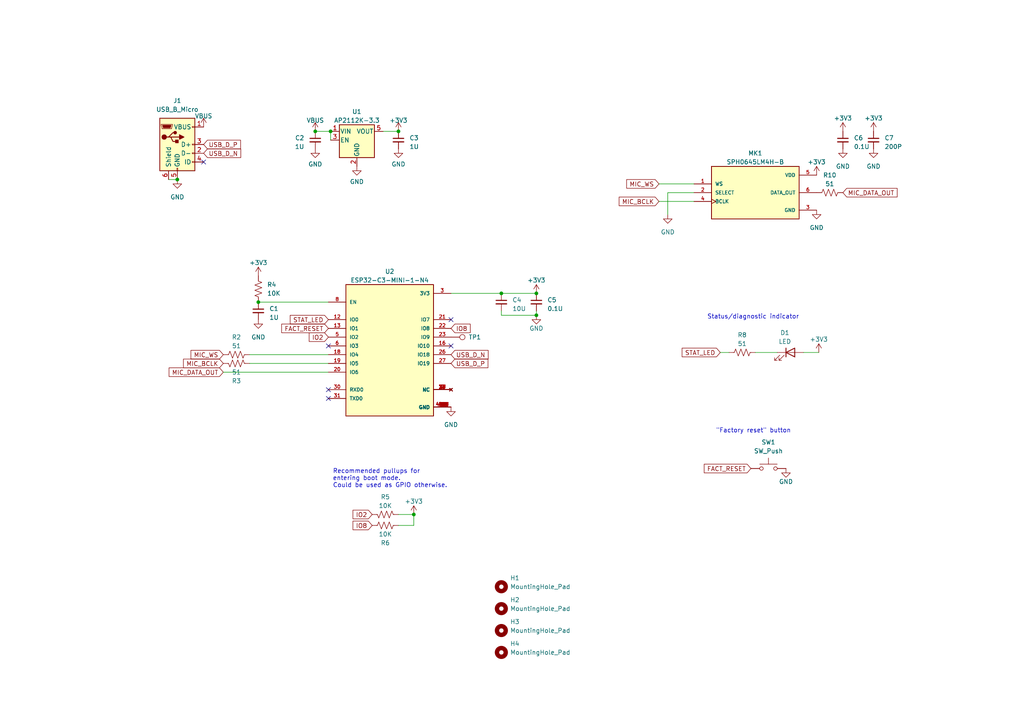
<source format=kicad_sch>
(kicad_sch (version 20230121) (generator eeschema)
  (paper "A4")
  (title_block (title "Noisemeter Device") (date "2024-01-28") (rev "2") (company "Civic Tech Toronto") (comment 1 "Drawn by Clyne Sullivan") (comment 2 "Released under the CERN Open Hardware License Version 2 - Strongly Reciprocal"))
  (lib_symbols
    (symbol "Connector:TestPoint" (pin_numbers hide) (pin_names (offset 0.762) hide)
      (property "Reference" "TP" (at 0 6.858 0))
      (property "Value" "TestPoint" (at 0 5.08 0))
      (symbol "TestPoint_0_1"
        (circle (center 0 3.302) (radius 0.762))
      )
      (symbol "TestPoint_1_1"
        (pin passive line (at 0 0 90) (length 2.54) (name "1") (number "1"))
      )
    )
    (symbol "Connector:USB_B_Micro" (pin_names (offset 1.016))
      (property "Reference" "J" (at -5.08 11.43 0))
      (property "Value" "USB_B_Micro" (at -5.08 8.89 0))
      (symbol "USB_B_Micro_0_1"
        (rectangle (start -5.08 -7.62) (end 5.08 7.62) (stroke (width 0.254)) (fill (type background)))
        (circle (center -3.81 2.159) (radius 0.635) (stroke (width 0.254)) (fill (type outline)))
        (circle (center -0.635 3.429) (radius 0.381) (stroke (width 0.254)) (fill (type outline)))
        (rectangle (start -0.127 -7.62) (end 0.127 -6.858))
        (polyline (pts (xy -1.905 2.159) (xy 0.635 2.159)) (stroke (width 0.254)))
        (polyline (pts (xy -3.175 2.159) (xy -2.54 2.159) (xy -1.27 3.429) (xy -0.635 3.429)) (stroke (width 0.254)))
        (polyline (pts (xy -2.54 2.159) (xy -1.905 2.159) (xy -1.27 0.889) (xy 0 0.889)) (stroke (width 0.254)))
        (polyline (pts (xy 0.635 2.794) (xy 0.635 1.524) (xy 1.905 2.159) (xy 0.635 2.794)) (stroke (width 0.254)) (fill (type outline)))
        (polyline (pts (xy -4.318 5.588) (xy -1.778 5.588) (xy -2.032 4.826) (xy -4.064 4.826) (xy -4.318 5.588)) (fill (type outline)))
        (polyline (pts (xy -4.699 5.842) (xy -4.699 5.588) (xy -4.445 4.826) (xy -4.445 4.572) (xy -1.651 4.572) (xy -1.651 4.826) (xy -1.397 5.588) (xy -1.397 5.842) (xy -4.699 5.842)))
        (rectangle (start 0.254 1.27) (end -0.508 0.508) (stroke (width 0.254)) (fill (type outline)))
        (rectangle (start 5.08 -5.207) (end 4.318 -4.953))
        (rectangle (start 5.08 -2.667) (end 4.318 -2.413))
        (rectangle (start 5.08 -0.127) (end 4.318 0.127))
        (rectangle (start 5.08 4.953) (end 4.318 5.207))
      )
      (symbol "USB_B_Micro_1_1"
        (pin power_out line (at 7.62 5.08 180) (length 2.54) (name "VBUS") (number "1"))
        (pin bidirectional line (at 7.62 -2.54 180) (length 2.54) (name "D-") (number "2"))
        (pin bidirectional line (at 7.62 0 180) (length 2.54) (name "D+") (number "3"))
        (pin passive line (at 7.62 -5.08 180) (length 2.54) (name "ID") (number "4"))
        (pin power_out line (at 0 -10.16 90) (length 2.54) (name "GND") (number "5"))
        (pin passive line (at -2.54 -10.16 90) (length 2.54) (name "Shield") (number "6"))
      )
    )
    (symbol "Device:C_Small" (pin_numbers hide) (pin_names (offset 0.254) hide)
      (property "Reference" "C" (at 0.254 1.778 0))
      (property "Value" "C_Small" (at 0.254 -2.032 0))
      (symbol "C_Small_0_1"
        (polyline (pts (xy -1.524 -0.508) (xy 1.524 -0.508)) (stroke (width 0.3302)))
        (polyline (pts (xy -1.524 0.508) (xy 1.524 0.508)) (stroke (width 0.3048)))
      )
      (symbol "C_Small_1_1"
        (pin passive line (at 0 2.54 270) (length 2.032) (name "~") (number "1"))
        (pin passive line (at 0 -2.54 90) (length 2.032) (name "~") (number "2"))
      )
    )
    (symbol "Device:LED" (pin_numbers hide) (pin_names (offset 1.016) hide)
      (property "Reference" "D" (at 0 2.54 0))
      (property "Value" "LED" (at 0 -2.54 0))
      (symbol "LED_0_1"
        (polyline (pts (xy -1.27 -1.27) (xy -1.27 1.27)) (stroke (width 0.254)))
        (polyline (pts (xy -1.27 0) (xy 1.27 0)))
        (polyline (pts (xy 1.27 -1.27) (xy 1.27 1.27) (xy -1.27 0) (xy 1.27 -1.27)) (stroke (width 0.254)))
        (polyline (pts (xy -3.048 -0.762) (xy -4.572 -2.286) (xy -3.81 -2.286) (xy -4.572 -2.286) (xy -4.572 -1.524)))
        (polyline (pts (xy -1.778 -0.762) (xy -3.302 -2.286) (xy -2.54 -2.286) (xy -3.302 -2.286) (xy -3.302 -1.524)))
      )
      (symbol "LED_1_1"
        (pin passive line (at -3.81 0 0) (length 2.54) (name "K") (number "1"))
        (pin passive line (at 3.81 0 180) (length 2.54) (name "A") (number "2"))
      )
    )
    (symbol "Device:R_US" (pin_numbers hide) (pin_names (offset 0))
      (property "Reference" "R" (at 2.54 0 90))
      (property "Value" "R_US" (at -2.54 0 90))
      (symbol "R_US_0_1"
        (polyline (pts (xy 0 -2.286) (xy 0 -2.54)))
        (polyline (pts (xy 0 2.286) (xy 0 2.54)))
        (polyline (pts (xy 0 -0.762) (xy 1.016 -1.143) (xy 0 -1.524) (xy -1.016 -1.905) (xy 0 -2.286)))
        (polyline (pts (xy 0 0.762) (xy 1.016 0.381) (xy 0 0) (xy -1.016 -0.381) (xy 0 -0.762)))
        (polyline (pts (xy 0 2.286) (xy 1.016 1.905) (xy 0 1.524) (xy -1.016 1.143) (xy 0 0.762)))
      )
      (symbol "R_US_1_1"
        (pin passive line (at 0 3.81 270) (length 1.27) (name "~") (number "1"))
        (pin passive line (at 0 -3.81 90) (length 1.27) (name "~") (number "2"))
      )
    )
    (symbol "Mechanical:MountingHole" (pin_names (offset 1.016))
      (property "Reference" "H" (at 0 5.08 0))
      (property "Value" "MountingHole" (at 0 3.175 0))
      (symbol "MountingHole_0_1"
        (circle (center 0 0) (radius 1.27) (stroke (width 1.27)))
      )
    )
    (symbol "Regulator_Linear:AP2112K-3.3" (pin_names (offset 0.254))
      (property "Reference" "U" (at -5.08 5.715 0))
      (property "Value" "AP2112K-3.3" (at 0 5.715 0))
      (symbol "AP2112K-3.3_0_1"
        (rectangle (start -5.08 4.445) (end 5.08 -5.08) (stroke (width 0.254)) (fill (type background)))
      )
      (symbol "AP2112K-3.3_1_1"
        (pin power_in line (at -7.62 2.54 0) (length 2.54) (name "VIN") (number "1"))
        (pin power_in line (at 0 -7.62 90) (length 2.54) (name "GND") (number "2"))
        (pin input line (at -7.62 0 0) (length 2.54) (name "EN") (number "3"))
        (pin no_connect line (at 5.08 0 180) (length 2.54) hide (name "NC") (number "4"))
        (pin power_out line (at 7.62 2.54 180) (length 2.54) (name "VOUT") (number "5"))
      )
    )
    (symbol "Switch:SW_Push" (pin_numbers hide) (pin_names (offset 1.016) hide)
      (property "Reference" "SW" (at 1.27 2.54 0))
      (property "Value" "SW_Push" (at 0 -1.524 0))
      (symbol "SW_Push_0_1"
        (circle (center -2.032 0) (radius 0.508))
        (polyline (pts (xy 0 1.27) (xy 0 3.048)))
        (polyline (pts (xy 2.54 1.27) (xy -2.54 1.27)))
        (circle (center 2.032 0) (radius 0.508))
        (pin passive line (at -5.08 0 0) (length 2.54) (name "1") (number "1"))
        (pin passive line (at 5.08 0 180) (length 2.54) (name "2") (number "2"))
      )
    )
    (symbol "noisemeter:ESP32-C3-MINI-1-N4" (pin_names (offset 1.016))
      (property "Reference" "U" (at -12.7 18.796 0))
      (property "Value" "ESP32-C3-MINI-1-N4" (at -12.7 -22.86 0))
      (symbol "ESP32-C3-MINI-1-N4_0_0"
        (rectangle (start -12.7 -20.32) (end 12.7 17.78) (stroke (width 0.254)) (fill (type background)))
        (pin power_in line (at 17.78 -17.78 180) (length 5.08) (name "GND") (number "1"))
        (pin no_connect line (at 17.78 -12.7 180) (length 5.08) (name "NC") (number "10"))
        (pin power_in line (at 17.78 -17.78 180) (length 5.08) (name "GND") (number "11"))
        (pin bidirectional line (at -17.78 7.62 0) (length 5.08) (name "IO0") (number "12"))
        (pin bidirectional line (at -17.78 5.08 0) (length 5.08) (name "IO1") (number "13"))
        (pin power_in line (at 17.78 -17.78 180) (length 5.08) (name "GND") (number "14"))
        (pin no_connect line (at 17.78 -12.7 180) (length 5.08) (name "NC") (number "15"))
        (pin bidirectional line (at 17.78 0 180) (length 5.08) (name "IO10") (number "16"))
        (pin no_connect line (at 17.78 -12.7 180) (length 5.08) (name "NC") (number "17"))
        (pin bidirectional line (at -17.78 -2.54 0) (length 5.08) (name "IO4") (number "18"))
        (pin bidirectional line (at -17.78 -5.08 0) (length 5.08) (name "IO5") (number "19"))
        (pin power_in line (at 17.78 -17.78 180) (length 5.08) (name "GND") (number "2"))
        (pin bidirectional line (at -17.78 -7.62 0) (length 5.08) (name "IO6") (number "20"))
        (pin bidirectional line (at 17.78 7.62 180) (length 5.08) (name "IO7") (number "21"))
        (pin bidirectional line (at 17.78 5.08 180) (length 5.08) (name "IO8") (number "22"))
        (pin bidirectional line (at 17.78 2.54 180) (length 5.08) (name "IO9") (number "23"))
        (pin no_connect line (at 17.78 -12.7 180) (length 5.08) (name "NC") (number "24"))
        (pin no_connect line (at 17.78 -12.7 180) (length 5.08) (name "NC") (number "25"))
        (pin bidirectional line (at 17.78 -2.54 180) (length 5.08) (name "IO18") (number "26"))
        (pin bidirectional line (at 17.78 -5.08 180) (length 5.08) (name "IO19") (number "27"))
        (pin no_connect line (at 17.78 -12.7 180) (length 5.08) (name "NC") (number "28"))
        (pin no_connect line (at 17.78 -12.7 180) (length 5.08) (name "NC") (number "29"))
        (pin power_in line (at 17.78 15.24 180) (length 5.08) (name "3V3") (number "3"))
        (pin bidirectional line (at -17.78 -12.7 0) (length 5.08) (name "RXD0") (number "30"))
        (pin bidirectional line (at -17.78 -15.24 0) (length 5.08) (name "TXD0") (number "31"))
        (pin no_connect line (at 17.78 -12.7 180) (length 5.08) (name "NC") (number "32"))
        (pin no_connect line (at 17.78 -12.7 180) (length 5.08) (name "NC") (number "33"))
        (pin no_connect line (at 17.78 -12.7 180) (length 5.08) (name "NC") (number "34"))
        (pin no_connect line (at 17.78 -12.7 180) (length 5.08) (name "NC") (number "35"))
        (pin power_in line (at 17.78 -17.78 180) (length 5.08) (name "GND") (number "36"))
        (pin power_in line (at 17.78 -17.78 180) (length 5.08) (name "GND") (number "37"))
        (pin power_in line (at 17.78 -17.78 180) (length 5.08) (name "GND") (number "38"))
        (pin power_in line (at 17.78 -17.78 180) (length 5.08) (name "GND") (number "39"))
        (pin no_connect line (at 17.78 -12.7 180) (length 5.08) (name "NC") (number "4"))
        (pin power_in line (at 17.78 -17.78 180) (length 5.08) (name "GND") (number "40"))
        (pin power_in line (at 17.78 -17.78 180) (length 5.08) (name "GND") (number "41"))
        (pin power_in line (at 17.78 -17.78 180) (length 5.08) (name "GND") (number "42"))
        (pin power_in line (at 17.78 -17.78 180) (length 5.08) (name "GND") (number "43"))
        (pin power_in line (at 17.78 -17.78 180) (length 5.08) (name "GND") (number "44"))
        (pin power_in line (at 17.78 -17.78 180) (length 5.08) (name "GND") (number "45"))
        (pin power_in line (at 17.78 -17.78 180) (length 5.08) (name "GND") (number "46"))
        (pin power_in line (at 17.78 -17.78 180) (length 5.08) (name "GND") (number "47"))
        (pin power_in line (at 17.78 -17.78 180) (length 5.08) (name "GND") (number "48"))
        (pin power_in line (at 17.78 -17.78 180) (length 5.08) (name "GND") (number "49_1"))
        (pin power_in line (at 17.78 -17.78 180) (length 5.08) (name "GND") (number "49_2"))
        (pin power_in line (at 17.78 -17.78 180) (length 5.08) (name "GND") (number "49_3"))
        (pin power_in line (at 17.78 -17.78 180) (length 5.08) (name "GND") (number "49_4"))
        (pin power_in line (at 17.78 -17.78 180) (length 5.08) (name "GND") (number "49_5"))
        (pin power_in line (at 17.78 -17.78 180) (length 5.08) (name "GND") (number "49_6"))
        (pin power_in line (at 17.78 -17.78 180) (length 5.08) (name "GND") (number "49_7"))
        (pin power_in line (at 17.78 -17.78 180) (length 5.08) (name "GND") (number "49_8"))
        (pin power_in line (at 17.78 -17.78 180) (length 5.08) (name "GND") (number "49_9"))
        (pin bidirectional line (at -17.78 2.54 0) (length 5.08) (name "IO2") (number "5"))
        (pin power_in line (at 17.78 -17.78 180) (length 5.08) (name "GND") (number "50"))
        (pin power_in line (at 17.78 -17.78 180) (length 5.08) (name "GND") (number "51"))
        (pin power_in line (at 17.78 -17.78 180) (length 5.08) (name "GND") (number "52"))
        (pin power_in line (at 17.78 -17.78 180) (length 5.08) (name "GND") (number "53"))
        (pin bidirectional line (at -17.78 0 0) (length 5.08) (name "IO3") (number "6"))
        (pin no_connect line (at 17.78 -12.7 180) (length 5.08) (name "NC") (number "7"))
        (pin input line (at -17.78 12.7 0) (length 5.08) (name "EN") (number "8"))
        (pin no_connect line (at 17.78 -12.7 180) (length 5.08) (name "NC") (number "9"))
      )
    )
    (symbol "noisemeter:SPH0645LM4H-B" (pin_names (offset 1.016))
      (property "Reference" "MK" (at -12.7399 8.1466 0))
      (property "Value" "SPH0645LM4H-B" (at -12.7473 -10.1926 0))
      (symbol "SPH0645LM4H-B_0_0"
        (rectangle (start -12.7 -7.62) (end 12.7 7.62) (stroke (width 0.254)) (fill (type background)))
        (pin input line (at -17.78 2.54 0) (length 5.08) (name "WS") (number "1"))
        (pin input line (at -17.78 0 0) (length 5.08) (name "SELECT") (number "2"))
        (pin power_in line (at 17.78 -5.08 180) (length 5.08) (name "GND") (number "3"))
        (pin input clock (at -17.78 -2.54 0) (length 5.08) (name "BCLK") (number "4"))
        (pin power_in line (at 17.78 5.08 180) (length 5.08) (name "VDD") (number "5"))
        (pin output line (at 17.78 0 180) (length 5.08) (name "DATA_OUT") (number "6"))
      )
    )
    (symbol "power:+3V3" (power) (pin_names (offset 0))
      (property "Value" "+3V3" (at 0 3.556 0))
      (symbol "+3V3_0_1"
        (polyline (pts (xy -0.762 1.27) (xy 0 2.54)))
        (polyline (pts (xy 0 0) (xy 0 2.54)))
        (polyline (pts (xy 0 2.54) (xy 0.762 1.27)))
      )
      (symbol "+3V3_1_1"
        (pin power_in line (at 0 0 90) (length 0) hide (name "+3V3") (number "1"))
      )
    )
    (symbol "power:GND" (power) (pin_names (offset 0))
      (property "Value" "GND" (at 0 -3.81 0))
      (symbol "GND_0_1"
        (polyline (pts (xy 0 0) (xy 0 -1.27) (xy 1.27 -1.27) (xy 0 -2.54) (xy -1.27 -1.27) (xy 0 -1.27)))
      )
      (symbol "GND_1_1"
        (pin power_in line (at 0 0 270) (length 0) hide (name "GND") (number "1"))
      )
    )
    (symbol "power:VBUS" (power) (pin_names (offset 0))
      (property "Value" "VBUS" (at 0 3.81 0))
      (symbol "VBUS_0_1"
        (polyline (pts (xy -0.762 1.27) (xy 0 2.54)))
        (polyline (pts (xy 0 0) (xy 0 2.54)))
        (polyline (pts (xy 0 2.54) (xy 0.762 1.27)))
      )
      (symbol "VBUS_1_1"
        (pin power_in line (at 0 0 90) (length 0) hide (name "VBUS") (number "1"))
      )
    )
  )
  (junction (at 120.015 149.225))
  (junction (at 74.93 87.63))
  (junction (at 115.57 38.1))
  (junction (at 51.435 52.07))
  (junction (at 91.44 38.1))
  (junction (at 145.415 85.09))
  (junction (at 95.885 38.1))
  (junction (at 155.575 91.44))
  (junction (at 155.575 85.09))
  (no_connect (at 130.81 100.33))
  (no_connect (at 95.25 100.33))
  (no_connect (at 95.25 115.57))
  (no_connect (at 130.81 92.71))
  (no_connect (at 95.25 113.03))
  (no_connect (at 59.055 46.99))
  (wire (pts (xy 237.49 102.235) (xy 233.045 102.235)))
  (wire (pts (xy 193.675 55.88) (xy 201.295 55.88)))
  (wire (pts (xy 95.885 38.1) (xy 95.885 40.64)))
  (wire (pts (xy 145.415 91.44) (xy 155.575 91.44)))
  (wire (pts (xy 111.125 38.1) (xy 115.57 38.1)))
  (wire (pts (xy 191.135 58.42) (xy 201.295 58.42)))
  (wire (pts (xy 72.39 105.41) (xy 95.25 105.41)))
  (wire (pts (xy 211.455 102.235) (xy 208.915 102.235)))
  (wire (pts (xy 191.135 53.34) (xy 201.295 53.34)))
  (wire (pts (xy 193.675 55.88) (xy 193.675 62.23)))
  (wire (pts (xy 72.39 102.87) (xy 95.25 102.87)))
  (wire (pts (xy 155.575 91.44) (xy 155.575 90.17)))
  (wire (pts (xy 145.415 85.09) (xy 155.575 85.09)))
  (wire (pts (xy 115.57 149.225) (xy 120.015 149.225)))
  (wire (pts (xy 48.895 52.07) (xy 51.435 52.07)))
  (wire (pts (xy 145.415 91.44) (xy 145.415 90.17)))
  (wire (pts (xy 130.81 85.09) (xy 145.415 85.09)))
  (wire (pts (xy 115.57 152.4) (xy 120.015 152.4)))
  (wire (pts (xy 219.075 102.235) (xy 225.425 102.235)))
  (wire (pts (xy 74.93 87.63) (xy 95.25 87.63)))
  (wire (pts (xy 91.44 38.1) (xy 95.885 38.1)))
  (wire (pts (xy 64.77 107.95) (xy 95.25 107.95)))
  (wire (pts (xy 120.015 149.225) (xy 120.015 152.4)))
  (text "Status/diagnostic indicator" (at 205.105 92.71 0) (effects (font (size 1.27 1.27)) (justify left bottom)))
  (text "Recommended pullups for\nentering boot mode.\nCould be used as GPIO otherwise." (at 96.52 141.605 0) (effects (font (size 1.27 1.27)) (justify left bottom)))
  (text "\"Factory reset\" button" (at 207.645 125.73 0) (effects (font (size 1.27 1.27)) (justify left bottom)))
  (global_label "STAT_LED" (shape input) (at 95.25 92.71 180) (property "Intersheetrefs" "${INTERSHEET_REFS}" (effects hide)))
  (global_label "IO2" (shape input) (at 107.95 149.225 180) (property "Intersheetrefs" "${INTERSHEET_REFS}" (effects hide)))
  (global_label "USB_D_P" (shape input) (at 59.055 41.91 0) (property "Intersheetrefs" "${INTERSHEET_REFS}" (effects hide)))
  (global_label "MIC_WS" (shape input) (at 191.135 53.34 180) (property "Intersheetrefs" "${INTERSHEET_REFS}" (effects hide)))
  (global_label "IO8" (shape input) (at 130.81 95.25 0) (property "Intersheetrefs" "${INTERSHEET_REFS}" (effects hide)))
  (global_label "MIC_DATA_OUT" (shape input) (at 64.77 107.95 180) (property "Intersheetrefs" "${INTERSHEET_REFS}" (effects hide)))
  (global_label "FACT_RESET" (shape input) (at 217.805 135.89 180) (property "Intersheetrefs" "${INTERSHEET_REFS}" (effects hide)))
  (global_label "IO8" (shape input) (at 107.95 152.4 180) (property "Intersheetrefs" "${INTERSHEET_REFS}" (effects hide)))
  (global_label "USB_D_P" (shape input) (at 130.81 105.41 0) (property "Intersheetrefs" "${INTERSHEET_REFS}" (effects hide)))
  (global_label "USB_D_N" (shape input) (at 130.81 102.87 0) (property "Intersheetrefs" "${INTERSHEET_REFS}" (effects hide)))
  (global_label "FACT_RESET" (shape input) (at 95.25 95.25 180) (property "Intersheetrefs" "${INTERSHEET_REFS}" (effects hide)))
  (global_label "MIC_WS" (shape input) (at 64.77 102.87 180) (property "Intersheetrefs" "${INTERSHEET_REFS}" (effects hide)))
  (global_label "MIC_BCLK" (shape input) (at 191.135 58.42 180) (property "Intersheetrefs" "${INTERSHEET_REFS}" (effects hide)))
  (global_label "MIC_DATA_OUT" (shape input) (at 244.475 55.88 0) (property "Intersheetrefs" "${INTERSHEET_REFS}" (effects hide)))
  (global_label "MIC_BCLK" (shape input) (at 64.77 105.41 180) (property "Intersheetrefs" "${INTERSHEET_REFS}" (effects hide)))
  (global_label "IO2" (shape input) (at 95.25 97.79 180) (property "Intersheetrefs" "${INTERSHEET_REFS}" (effects hide)))
  (global_label "STAT_LED" (shape input) (at 208.915 102.235 180) (property "Intersheetrefs" "${INTERSHEET_REFS}" (effects hide)))
  (global_label "USB_D_N" (shape input) (at 59.055 44.45 0) (property "Intersheetrefs" "${INTERSHEET_REFS}" (effects hide)))
  (symbol (lib_id "power:GND") (at 244.475 43.18 0) (unit 1)
    (property "Reference" "#PWR022" (effects hide))
    (property "Value" "GND" (at 244.475 48.26 0))
  )
  (symbol (lib_id "noisemeter:ESP32-C3-MINI-1-N4") (at 113.03 100.33 0) (unit 1)
    (property "Reference" "U2" (at 113.03 78.74 0))
    (property "Value" "ESP32-C3-MINI-1-N4" (at 113.03 81.28 0))
    (property "Footprint" "noisemeter:XCVR_ESP32-C3-MINI-1-N4" (effects hide))
    (property "Part Number" "ESP32-C3-MINI-1-N4" (effects hide))
  )
  (symbol (lib_id "Device:LED") (at 229.235 102.235 0) (unit 1)
    (property "Reference" "D1" (at 227.6475 96.52 0))
    (property "Value" "LED" (at 227.6475 99.06 0))
    (property "Footprint" "LED_SMD:LED_0603_1608Metric" (effects hide))
    (property "Part Number" "LTST-C190GKT" (effects hide))
  )
  (symbol (lib_id "Mechanical:MountingHole") (at 145.415 176.53 0) (unit 1)
    (property "Reference" "H2" (at 147.955 173.99 0) (effects (justify left)))
    (property "Value" "MountingHole_Pad" (at 147.955 176.53 0) (effects (justify left)))
    (property "Footprint" "MountingHole:MountingHole_2.5mm" (effects hide))
  )
  (symbol (lib_id "power:GND") (at 130.81 118.11 0) (unit 1)
    (property "Reference" "#PWR013" (effects hide))
    (property "Value" "GND" (at 130.81 123.19 0))
  )
  (symbol (lib_id "power:GND") (at 236.855 60.96 0) (unit 1)
    (property "Reference" "#PWR020" (effects hide))
    (property "Value" "GND" (at 236.855 66.04 0))
  )
  (symbol (lib_id "power:VBUS") (at 59.055 36.83 0) (unit 1)
    (property "Reference" "#PWR02" (effects hide))
    (property "Value" "VBUS" (at 59.055 33.655 0))
  )
  (symbol (lib_id "power:GND") (at 115.57 43.18 0) (unit 1)
    (property "Reference" "#PWR011" (effects hide))
    (property "Value" "GND" (at 115.57 47.625 0))
  )
  (symbol (lib_id "power:+3V3") (at 236.855 50.8 0) (unit 1)
    (property "Reference" "#PWR019" (effects hide))
    (property "Value" "+3V3" (at 236.855 46.99 0))
  )
  (symbol (lib_id "Device:R_US") (at 111.76 149.225 90) (mirror x) (unit 1)
    (property "Reference" "R5" (at 111.76 144.145 90))
    (property "Value" "10K" (at 111.76 146.685 90))
    (property "Footprint" "Resistor_SMD:R_0603_1608Metric" (effects hide))
    (property "Part Number" "RC0603JR-0710KL" (effects hide))
  )
  (symbol (lib_id "Switch:SW_Push") (at 222.885 135.89 0) (unit 1)
    (property "Reference" "SW1" (at 222.885 128.27 0))
    (property "Value" "SW_Push" (at 222.885 130.81 0))
    (property "Footprint" "Button_Switch_SMD:SW_SPST_EVQP7A" (effects hide))
    (property "Part Number" "EVQ-P7A01P" (effects hide))
  )
  (symbol (lib_id "Connector:USB_B_Micro") (at 51.435 41.91 0) (unit 1)
    (property "Reference" "J1" (at 51.435 29.21 0))
    (property "Value" "USB_B_Micro" (at 51.435 31.75 0))
    (property "Footprint" "Connector_USB:USB_Micro-B_Molex_47346-0001" (effects hide))
    (property "Part Number" "0473461001" (effects hide))
  )
  (symbol (lib_id "power:GND") (at 91.44 43.18 0) (unit 1)
    (property "Reference" "#PWR08" (effects hide))
    (property "Value" "GND" (at 91.44 47.625 0))
  )
  (symbol (lib_id "Device:C_Small") (at 155.575 87.63 0) (mirror y) (unit 1)
    (property "Reference" "C5" (at 158.75 87.0013 0) (effects (justify right)))
    (property "Value" "0.1U" (at 158.75 89.5413 0) (effects (justify right)))
    (property "Footprint" "Capacitor_SMD:C_0603_1608Metric" (effects hide))
    (property "Part Number" "CL10B104KA8NNNC" (effects hide))
  )
  (symbol (lib_id "power:+3V3") (at 237.49 102.235 0) (unit 1)
    (property "Reference" "#PWR018" (effects hide))
    (property "Value" "+3V3" (at 237.49 98.425 0))
  )
  (symbol (lib_id "Connector:TestPoint") (at 130.81 97.79 270) (unit 1)
    (property "Reference" "TP1" (at 135.89 97.79 90) (effects (justify left)))
    (property "Value" "TestPoint" (effects hide))
    (property "Footprint" "TestPoint:TestPoint_Pad_D1.5mm" (effects hide))
  )
  (symbol (lib_id "Device:C_Small") (at 91.44 40.64 0) (unit 1)
    (property "Reference" "C2" (at 88.265 40.0113 0) (effects (justify right)))
    (property "Value" "1U" (at 88.265 42.5513 0) (effects (justify right)))
    (property "Footprint" "Capacitor_SMD:C_0603_1608Metric" (effects hide))
    (property "Part Number" "CL10A105KA8NNNC" (effects hide))
  )
  (symbol (lib_id "power:GND") (at 227.965 135.89 0) (unit 1)
    (property "Reference" "#PWR017" (effects hide))
    (property "Value" "GND" (at 227.965 139.7 0))
  )
  (symbol (lib_id "Device:R_US") (at 215.265 102.235 90) (unit 1)
    (property "Reference" "R8" (at 215.265 97.155 90))
    (property "Value" "51" (at 215.265 99.695 90))
    (property "Footprint" "Resistor_SMD:R_0603_1608Metric" (effects hide))
    (property "Part Number" "RC0603JR-0751RL" (effects hide))
  )
  (symbol (lib_id "power:+3V3") (at 120.015 149.225 0) (unit 1)
    (property "Reference" "#PWR012" (effects hide))
    (property "Value" "+3V3" (at 120.015 145.415 0))
  )
  (symbol (lib_id "power:VBUS") (at 91.44 38.1 0) (unit 1)
    (property "Reference" "#PWR07" (effects hide))
    (property "Value" "VBUS" (at 91.44 34.925 0))
  )
  (symbol (lib_id "power:+3V3") (at 244.475 38.1 0) (unit 1)
    (property "Reference" "#PWR021" (effects hide))
    (property "Value" "+3V3" (at 244.475 34.29 0))
  )
  (symbol (lib_id "Device:R_US") (at 68.58 102.87 90) (unit 1)
    (property "Reference" "R2" (at 68.58 97.79 90))
    (property "Value" "51" (at 68.58 100.33 90))
    (property "Footprint" "Resistor_SMD:R_0603_1608Metric" (effects hide))
    (property "Part Number" "RC0603JR-0751RL" (effects hide))
  )
  (symbol (lib_id "power:+3V3") (at 115.57 38.1 0) (unit 1)
    (property "Reference" "#PWR010" (effects hide))
    (property "Value" "+3V3" (at 115.57 34.925 0))
  )
  (symbol (lib_id "power:GND") (at 193.675 62.23 0) (unit 1)
    (property "Reference" "#PWR016" (effects hide))
    (property "Value" "GND" (at 193.675 67.31 0))
  )
  (symbol (lib_id "Device:C_Small") (at 115.57 40.64 0) (mirror y) (unit 1)
    (property "Reference" "C3" (at 118.745 40.0113 0) (effects (justify right)))
    (property "Value" "1U" (at 118.745 42.5513 0) (effects (justify right)))
    (property "Footprint" "Capacitor_SMD:C_0603_1608Metric" (effects hide))
    (property "Part Number" "CL10A105KA8NNNC" (effects hide))
  )
  (symbol (lib_id "Device:R_US") (at 111.76 152.4 90) (unit 1)
    (property "Reference" "R6" (at 111.76 157.48 90))
    (property "Value" "10K" (at 111.76 154.94 90))
    (property "Footprint" "Resistor_SMD:R_0603_1608Metric" (effects hide))
    (property "Part Number" "RC0603JR-0710KL" (effects hide))
  )
  (symbol (lib_id "Device:R_US") (at 68.58 105.41 90) (mirror x) (unit 1)
    (property "Reference" "R3" (at 68.58 110.49 90))
    (property "Value" "51" (at 68.58 107.95 90))
    (property "Footprint" "Resistor_SMD:R_0603_1608Metric" (effects hide))
    (property "Part Number" "RC0603JR-0751RL" (effects hide))
  )
  (symbol (lib_id "power:GND") (at 51.435 52.07 0) (unit 1)
    (property "Reference" "#PWR01" (effects hide))
    (property "Value" "GND" (at 51.435 57.15 0))
  )
  (symbol (lib_id "Device:R_US") (at 74.93 83.82 180) (unit 1)
    (property "Reference" "R4" (at 77.47 82.55 0) (effects (justify right)))
    (property "Value" "10K" (at 77.47 85.09 0) (effects (justify right)))
    (property "Footprint" "Resistor_SMD:R_0603_1608Metric" (effects hide))
    (property "Part Number" "RC0603JR-0710KL" (effects hide))
  )
  (symbol (lib_id "power:GND") (at 74.93 92.71 0) (unit 1)
    (property "Reference" "#PWR06" (effects hide))
    (property "Value" "GND" (at 74.93 97.79 0))
  )
  (symbol (lib_id "Regulator_Linear:AP2112K-3.3") (at 103.505 40.64 0) (unit 1)
    (property "Reference" "U1" (at 103.505 32.385 0))
    (property "Value" "AP2112K-3.3" (at 103.505 34.925 0))
    (property "Footprint" "Package_TO_SOT_SMD:SOT-23-5" (effects hide))
    (property "Datasheet" "https://www.diodes.com/assets/Datasheets/AP2112.pdf" (effects hide))
    (property "Part Number" "AP2112K-3.3" (effects hide))
  )
  (symbol (lib_id "power:+3V3") (at 74.93 80.01 0) (unit 1)
    (property "Reference" "#PWR05" (effects hide))
    (property "Value" "+3V3" (at 74.93 76.2 0))
  )
  (symbol (lib_id "Device:C_Small") (at 244.475 40.64 0) (mirror y) (unit 1)
    (property "Reference" "C6" (at 247.65 40.0113 0) (effects (justify right)))
    (property "Value" "0.1U" (at 247.65 42.5513 0) (effects (justify right)))
    (property "Footprint" "Capacitor_SMD:C_0603_1608Metric" (effects hide))
    (property "Part Number" "CL10B104KA8NNNC" (effects hide))
  )
  (symbol (lib_id "power:+3V3") (at 253.365 38.1 0) (unit 1)
    (property "Reference" "#PWR023" (effects hide))
    (property "Value" "+3V3" (at 253.365 34.29 0))
  )
  (symbol (lib_id "Device:C_Small") (at 145.415 87.63 0) (mirror y) (unit 1)
    (property "Reference" "C4" (at 148.59 87.0013 0) (effects (justify right)))
    (property "Value" "10U" (at 148.59 89.5413 0) (effects (justify right)))
    (property "Footprint" "Capacitor_SMD:C_0805_2012Metric" (effects hide))
    (property "Part Number" "CL21A106KOQNNNE" (effects hide))
  )
  (symbol (lib_id "Device:C_Small") (at 74.93 90.17 0) (mirror y) (unit 1)
    (property "Reference" "C1" (at 78.105 89.5413 0) (effects (justify right)))
    (property "Value" "1U" (at 78.105 92.0813 0) (effects (justify right)))
    (property "Footprint" "Capacitor_SMD:C_0603_1608Metric" (effects hide))
    (property "Part Number" "CL10A105KA8NNNC" (effects hide))
  )
  (symbol (lib_id "power:+3V3") (at 155.575 85.09 0) (unit 1)
    (property "Reference" "#PWR014" (effects hide))
    (property "Value" "+3V3" (at 155.575 81.28 0))
  )
  (symbol (lib_id "noisemeter:SPH0645LM4H-B") (at 219.075 55.88 0) (unit 1)
    (property "Reference" "MK1" (at 219.075 44.45 0))
    (property "Value" "SPH0645LM4H-B" (at 219.075 46.99 0))
    (property "Footprint" "noisemeter:MIC_SPH0645LM4H-B" (effects hide))
    (property "Part Number" "SPH0645LM4H-B" (effects hide))
  )
  (symbol (lib_id "Mechanical:MountingHole") (at 145.415 189.23 0) (unit 1)
    (property "Reference" "H4" (at 147.955 186.69 0) (effects (justify left)))
    (property "Value" "MountingHole_Pad" (at 147.955 189.23 0) (effects (justify left)))
    (property "Footprint" "MountingHole:MountingHole_2.5mm" (effects hide))
  )
  (symbol (lib_id "Device:R_US") (at 240.665 55.88 90) (unit 1)
    (property "Reference" "R10" (at 240.665 50.8 90))
    (property "Value" "51" (at 240.665 53.34 90))
    (property "Footprint" "Resistor_SMD:R_0603_1608Metric" (effects hide))
    (property "Part Number" "RC0603JR-0751RL" (effects hide))
  )
  (symbol (lib_id "power:GND") (at 253.365 43.18 0) (unit 1)
    (property "Reference" "#PWR024" (effects hide))
    (property "Value" "GND" (at 253.365 48.26 0))
  )
  (symbol (lib_id "Device:C_Small") (at 253.365 40.64 0) (mirror y) (unit 1)
    (property "Reference" "C7" (at 256.54 40.0113 0) (effects (justify right)))
    (property "Value" "200P" (at 256.54 42.5513 0) (effects (justify right)))
    (property "Footprint" "Capacitor_SMD:C_0603_1608Metric" (effects hide))
    (property "Part Number" "CL10B201KB8NNNC" (effects hide))
  )
  (symbol (lib_id "power:GND") (at 155.575 91.44 0) (unit 1)
    (property "Reference" "#PWR015" (effects hide))
    (property "Value" "GND" (at 155.575 95.25 0))
  )
  (symbol (lib_id "power:GND") (at 103.505 48.26 0) (unit 1)
    (property "Reference" "#PWR09" (effects hide))
    (property "Value" "GND" (at 103.505 52.705 0))
  )
  (symbol (lib_id "Mechanical:MountingHole") (at 145.415 170.18 0) (unit 1)
    (property "Reference" "H1" (at 147.955 167.64 0) (effects (justify left)))
    (property "Value" "MountingHole_Pad" (at 147.955 170.18 0) (effects (justify left)))
    (property "Footprint" "MountingHole:MountingHole_2.5mm" (effects hide))
  )
  (symbol (lib_id "Mechanical:MountingHole") (at 145.415 182.88 0) (unit 1)
    (property "Reference" "H3" (at 147.955 180.34 0) (effects (justify left)))
    (property "Value" "MountingHole_Pad" (at 147.955 182.88 0) (effects (justify left)))
    (property "Footprint" "MountingHole:MountingHole_2.5mm" (effects hide))
  )
)
</source>
